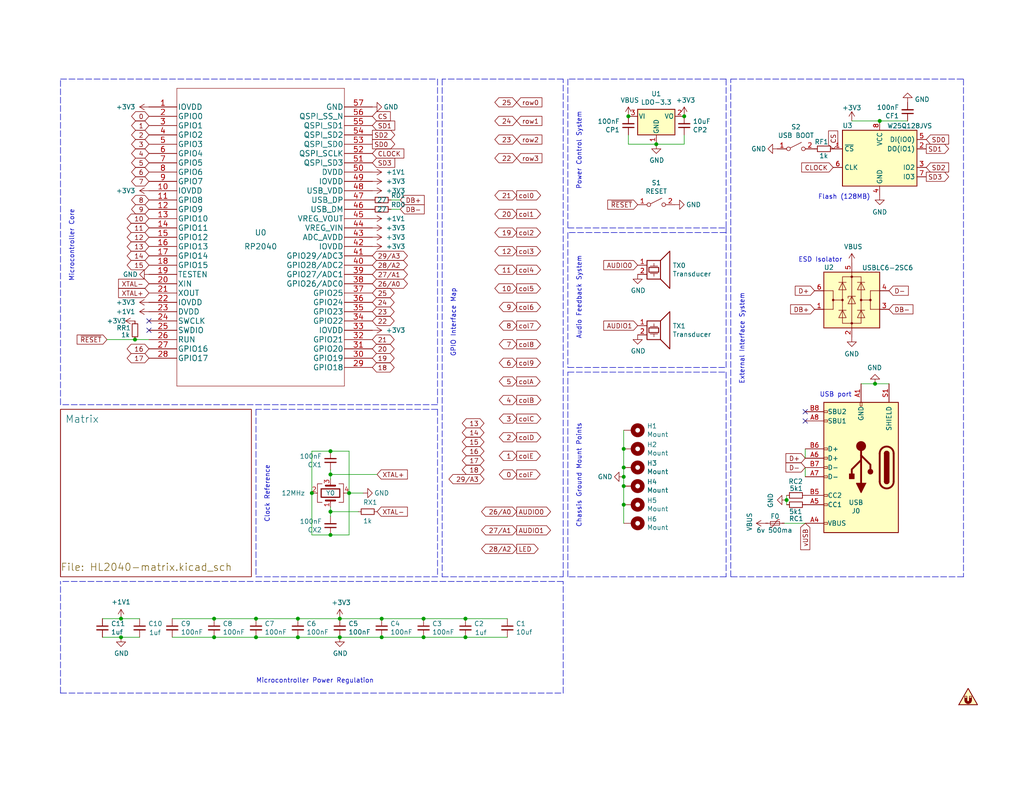
<source format=kicad_sch>
(kicad_sch (version 20211123) (generator eeschema)
  (paper "USLetter")
  (title_block (title "Hard Light") (date "2021-10-26") (rev "2040 Mark 1") (company "Everywhere Defense Industries") (comment 1 "RP2040 main core"))
  (lib_symbols
    (symbol "+3V3_1" (power) (pin_names (offset 0))
      (property "Value" "+3V3_1" (at 0 3.556 0))
      (symbol "+3V3_1_1_1"
        (pin power_in line (at 0 0 90) (length 0) hide (name "+3V3") (number "1"))
      )
    )
    (symbol "Device:C_Small" (pin_numbers hide) (pin_names (offset 0.254) hide)
      (property "Reference" "C" (at 0.254 1.778 0))
      (property "Value" "Device_C_Small" (at 0.254 -2.032 0))
      (symbol "C_Small_1_1"
        (pin passive line (at 0 2.54 270) (length 2.032) (name "~") (number "1"))
        (pin passive line (at 0 -2.54 90) (length 2.032) (name "~") (number "2"))
      )
    )
    (symbol "Device:Crystal_GND24" (pin_names (offset 1.016) hide)
      (property "Reference" "Y" (at 3.175 5.08 0))
      (property "Value" "Crystal_GND24" (at 3.175 3.175 0))
      (symbol "Crystal_GND24_1_1"
        (pin passive line (at -3.81 0 0) (length 1.27) (name "1") (number "1"))
        (pin passive line (at 0 5.08 270) (length 1.27) (name "2") (number "2"))
        (pin passive line (at 3.81 0 180) (length 1.27) (name "3") (number "3"))
        (pin passive line (at 0 -5.08 90) (length 1.27) (name "4") (number "4"))
      )
    )
    (symbol "Device:Polyfuse_Small" (pin_numbers hide) (pin_names (offset 0))
      (property "Reference" "F" (at -1.905 0 90))
      (property "Value" "Device_Polyfuse_Small" (at 1.905 0 90))
      (symbol "Polyfuse_Small_1_1"
        (pin passive line (at 0 2.54 270) (length 0.635) (name "~") (number "1"))
        (pin passive line (at 0 -2.54 90) (length 0.635) (name "~") (number "2"))
      )
    )
    (symbol "Device:R_Small" (pin_numbers hide) (pin_names (offset 0.254) hide)
      (property "Reference" "R" (at 0.762 0.508 0))
      (property "Value" "Device_R_Small" (at 0.762 -1.016 0))
      (symbol "R_Small_1_1"
        (pin passive line (at 0 2.54 270) (length 0.762) (name "~") (number "1"))
        (pin passive line (at 0 -2.54 90) (length 0.762) (name "~") (number "2"))
      )
    )
    (symbol "Device:Speaker_Crystal" (pin_names (offset 0) hide)
      (property "Reference" "LS" (at 0.635 5.715 0))
      (property "Value" "Device_Speaker_Crystal" (at 0.635 3.81 0))
      (symbol "Speaker_Crystal_1_1"
        (pin input line (at -5.08 0 0) (length 2.54) (name "1") (number "1"))
        (pin input line (at -5.08 -2.54 0) (length 2.54) (name "2") (number "2"))
      )
    )
    (symbol "GND_1" (power) (pin_names (offset 0))
      (property "Value" "GND_1" (at 0 -3.81 0))
      (symbol "GND_1_1_1"
        (pin power_in line (at 0 0 270) (length 0) hide (name "GND") (number "1"))
      )
    )
    (symbol "Graphic:SYM_Magnet_Small" (pin_names (offset 1.016) hide))
    (symbol "HL-Mk2-rescue:USB_C_Receptacle_USB2.0-Connector" (pin_names (offset 1.016))
      (property "Reference" "J" (at -10.16 19.05 0))
      (property "Value" "USB_C_Receptacle_USB2.0-Connector" (at 19.05 19.05 0))
      (symbol "USB_C_Receptacle_USB2.0-Connector_1_1"
        (pin power_in line (at 0 -22.86 90) (length 5.08) (name "GND") (number "A1"))
        (pin passive line (at 0 -22.86 90) (length 5.08) hide (name "GND") (number "A12"))
        (pin power_in line (at 15.24 15.24 180) (length 5.08) (name "VBUS") (number "A4"))
        (pin bidirectional line (at 15.24 10.16 180) (length 5.08) (name "CC1") (number "A5"))
        (pin bidirectional line (at 15.24 -2.54 180) (length 5.08) (name "D+") (number "A6"))
        (pin bidirectional line (at 15.24 2.54 180) (length 5.08) (name "D-") (number "A7"))
        (pin bidirectional line (at 15.24 -12.7 180) (length 5.08) (name "SBU1") (number "A8"))
        (pin passive line (at 15.24 15.24 180) (length 5.08) hide (name "VBUS") (number "A9"))
        (pin passive line (at 0 -22.86 90) (length 5.08) hide (name "GND") (number "B1"))
        (pin passive line (at 0 -22.86 90) (length 5.08) hide (name "GND") (number "B12"))
        (pin passive line (at 15.24 15.24 180) (length 5.08) hide (name "VBUS") (number "B4"))
        (pin bidirectional line (at 15.24 7.62 180) (length 5.08) (name "CC2") (number "B5"))
        (pin bidirectional line (at 15.24 -5.08 180) (length 5.08) (name "D+") (number "B6"))
        (pin bidirectional line (at 15.24 0 180) (length 5.08) (name "D-") (number "B7"))
        (pin bidirectional line (at 15.24 -15.24 180) (length 5.08) (name "SBU2") (number "B8"))
        (pin passive line (at 15.24 15.24 180) (length 5.08) hide (name "VBUS") (number "B9"))
        (pin passive line (at -7.62 -22.86 90) (length 5.08) (name "SHIELD") (number "S1"))
      )
    )
    (symbol "Mechanical:MountingHole_Pad" (pin_numbers hide) (pin_names (offset 1.016) hide)
      (property "Reference" "H" (at 0 6.35 0))
      (property "Value" "MountingHole_Pad" (at 0 4.445 0))
      (symbol "MountingHole_Pad_1_1"
        (pin input line (at 0 -2.54 90) (length 2.54) (name "1") (number "1"))
      )
    )
    (symbol "Memory_Flash:W25Q128JVS"
      (property "Reference" "U" (at -8.89 8.89 0))
      (property "Value" "W25Q128JVS" (at 7.62 8.89 0))
      (symbol "W25Q128JVS_1_1"
        (pin input line (at -12.7 2.54 0) (length 2.54) (name "~{CS}") (number "1"))
        (pin bidirectional line (at 12.7 2.54 180) (length 2.54) (name "DO(IO1)") (number "2"))
        (pin bidirectional line (at 12.7 -2.54 180) (length 2.54) (name "IO2") (number "3"))
        (pin power_in line (at 0 -10.16 90) (length 2.54) (name "GND") (number "4"))
        (pin bidirectional line (at 12.7 5.08 180) (length 2.54) (name "DI(IO0)") (number "5"))
        (pin input line (at -12.7 -2.54 0) (length 2.54) (name "CLK") (number "6"))
        (pin bidirectional line (at 12.7 -5.08 180) (length 2.54) (name "IO3") (number "7"))
        (pin power_in line (at 0 10.16 270) (length 2.54) (name "VCC") (number "8"))
      )
    )
    (symbol "Power_Protection:USBLC6-2SC6" (pin_names hide)
      (property "Reference" "U" (at 2.54 8.89 0))
      (property "Value" "USBLC6-2SC6" (at 2.54 -8.89 0))
      (symbol "USBLC6-2SC6_1_1"
        (pin passive line (at -10.16 -2.54 0) (length 2.54) (name "I/O1") (number "1"))
        (pin passive line (at 0 -10.16 90) (length 2.54) (name "GND") (number "2"))
        (pin passive line (at 10.16 -2.54 180) (length 2.54) (name "I/O2") (number "3"))
        (pin passive line (at 10.16 2.54 180) (length 2.54) (name "I/O2") (number "4"))
        (pin passive line (at 0 10.16 270) (length 2.54) (name "VBUS") (number "5"))
        (pin passive line (at -10.16 2.54 0) (length 2.54) (name "I/O1") (number "6"))
      )
    )
    (symbol "RP2040:RP2040" (pin_names (offset 0.254))
      (property "Reference" "U" (at 30.48 10.16 0))
      (property "Value" "RP2040" (at 30.48 7.62 0))
      (symbol "RP2040_1_1"
        (pin power_in line (at 0 0 0) (length 7.62) (name "IOVDD") (number "1"))
        (pin power_in line (at 0 -22.86 0) (length 7.62) (name "IOVDD") (number "10"))
        (pin bidirectional line (at 0 -25.4 0) (length 7.62) (name "GPIO8") (number "11"))
        (pin bidirectional line (at 0 -27.94 0) (length 7.62) (name "GPIO9") (number "12"))
        (pin bidirectional line (at 0 -30.48 0) (length 7.62) (name "GPIO10") (number "13"))
        (pin bidirectional line (at 0 -33.02 0) (length 7.62) (name "GPIO11") (number "14"))
        (pin bidirectional line (at 0 -35.56 0) (length 7.62) (name "GPIO12") (number "15"))
        (pin bidirectional line (at 0 -38.1 0) (length 7.62) (name "GPIO13") (number "16"))
        (pin bidirectional line (at 0 -40.64 0) (length 7.62) (name "GPIO14") (number "17"))
        (pin bidirectional line (at 0 -43.18 0) (length 7.62) (name "GPIO15") (number "18"))
        (pin unspecified line (at 0 -45.72 0) (length 7.62) (name "TESTEN") (number "19"))
        (pin bidirectional line (at 0 -2.54 0) (length 7.62) (name "GPIO0") (number "2"))
        (pin unspecified line (at 0 -48.26 0) (length 7.62) (name "XIN") (number "20"))
        (pin output line (at 0 -50.8 0) (length 7.62) (name "XOUT") (number "21"))
        (pin power_in line (at 0 -53.34 0) (length 7.62) (name "IOVDD") (number "22"))
        (pin power_in line (at 0 -55.88 0) (length 7.62) (name "DVDD") (number "23"))
        (pin unspecified line (at 0 -58.42 0) (length 7.62) (name "SWCLK") (number "24"))
        (pin unspecified line (at 0 -60.96 0) (length 7.62) (name "SWDIO") (number "25"))
        (pin unspecified line (at 0 -63.5 0) (length 7.62) (name "RUN") (number "26"))
        (pin bidirectional line (at 0 -66.04 0) (length 7.62) (name "GPIO16") (number "27"))
        (pin bidirectional line (at 0 -68.58 0) (length 7.62) (name "GPIO17") (number "28"))
        (pin bidirectional line (at 60.96 -71.12 180) (length 7.62) (name "GPIO18") (number "29"))
        (pin bidirectional line (at 0 -5.08 0) (length 7.62) (name "GPIO1") (number "3"))
        (pin bidirectional line (at 60.96 -68.58 180) (length 7.62) (name "GPIO19") (number "30"))
        (pin bidirectional line (at 60.96 -66.04 180) (length 7.62) (name "GPIO20") (number "31"))
        (pin bidirectional line (at 60.96 -63.5 180) (length 7.62) (name "GPIO21") (number "32"))
        (pin power_in line (at 60.96 -60.96 180) (length 7.62) (name "IOVDD") (number "33"))
        (pin bidirectional line (at 60.96 -58.42 180) (length 7.62) (name "GPIO22") (number "34"))
        (pin bidirectional line (at 60.96 -55.88 180) (length 7.62) (name "GPIO23") (number "35"))
        (pin bidirectional line (at 60.96 -53.34 180) (length 7.62) (name "GPIO24") (number "36"))
        (pin bidirectional line (at 60.96 -50.8 180) (length 7.62) (name "GPIO25") (number "37"))
        (pin bidirectional line (at 60.96 -48.26 180) (length 7.62) (name "GPIO26/ADC0") (number "38"))
        (pin bidirectional line (at 60.96 -45.72 180) (length 7.62) (name "GPIO27/ADC1") (number "39"))
        (pin bidirectional line (at 0 -7.62 0) (length 7.62) (name "GPIO2") (number "4"))
        (pin bidirectional line (at 60.96 -43.18 180) (length 7.62) (name "GPIO28/ADC2") (number "40"))
        (pin bidirectional line (at 60.96 -40.64 180) (length 7.62) (name "GPIO29/ADC3") (number "41"))
        (pin power_in line (at 60.96 -38.1 180) (length 7.62) (name "IOVDD") (number "42"))
        (pin power_in line (at 60.96 -35.56 180) (length 7.62) (name "ADC_AVDD") (number "43"))
        (pin unspecified line (at 60.96 -33.02 180) (length 7.62) (name "VREG_VIN") (number "44"))
        (pin output line (at 60.96 -30.48 180) (length 7.62) (name "VREG_VOUT") (number "45"))
        (pin unspecified line (at 60.96 -27.94 180) (length 7.62) (name "USB_DM") (number "46"))
        (pin unspecified line (at 60.96 -25.4 180) (length 7.62) (name "USB_DP") (number "47"))
        (pin power_in line (at 60.96 -22.86 180) (length 7.62) (name "USB_VDD") (number "48"))
        (pin power_in line (at 60.96 -20.32 180) (length 7.62) (name "IOVDD") (number "49"))
        (pin bidirectional line (at 0 -10.16 0) (length 7.62) (name "GPIO3") (number "5"))
        (pin power_in line (at 60.96 -17.78 180) (length 7.62) (name "DVDD") (number "50"))
        (pin bidirectional line (at 60.96 -15.24 180) (length 7.62) (name "QSPI_SD3") (number "51"))
        (pin unspecified line (at 60.96 -12.7 180) (length 7.62) (name "QSPI_SCLK") (number "52"))
        (pin bidirectional line (at 60.96 -10.16 180) (length 7.62) (name "QSPI_SD0") (number "53"))
        (pin bidirectional line (at 60.96 -7.62 180) (length 7.62) (name "QSPI_SD2") (number "54"))
        (pin bidirectional line (at 60.96 -5.08 180) (length 7.62) (name "QSPI_SD1") (number "55"))
        (pin unspecified line (at 60.96 -2.54 180) (length 7.62) (name "QSPI_SS_N") (number "56"))
        (pin power_in line (at 60.96 0 180) (length 7.62) (name "GND") (number "57"))
        (pin bidirectional line (at 0 -12.7 0) (length 7.62) (name "GPIO4") (number "6"))
        (pin bidirectional line (at 0 -15.24 0) (length 7.62) (name "GPIO5") (number "7"))
        (pin bidirectional line (at 0 -17.78 0) (length 7.62) (name "GPIO6") (number "8"))
        (pin bidirectional line (at 0 -20.32 0) (length 7.62) (name "GPIO7") (number "9"))
      )
    )
    (symbol "Regulator_Linear:LD1117S33TR_SOT223" (pin_names (offset 0.254))
      (property "Reference" "U" (at -3.81 3.175 0))
      (property "Value" "Regulator_Linear_LD1117S33TR_SOT223" (at 0 3.175 0))
      (symbol "LD1117S33TR_SOT223_1_1"
        (pin power_in line (at 0 -7.62 90) (length 2.54) (name "GND") (number "1"))
        (pin power_out line (at 7.62 0 180) (length 2.54) (name "VO") (number "2"))
        (pin power_in line (at -7.62 0 0) (length 2.54) (name "VI") (number "3"))
      )
    )
    (symbol "Switch:SW_SPST" (pin_names (offset 0) hide)
      (property "Reference" "SW" (at 0 3.175 0))
      (property "Value" "Switch_SW_SPST" (at 0 -2.54 0))
      (symbol "SW_SPST_1_1"
        (pin passive line (at -5.08 0 0) (length 2.54) (name "A") (number "1"))
        (pin passive line (at 5.08 0 180) (length 2.54) (name "B") (number "2"))
      )
    )
    (symbol "power:+1V1" (power) (pin_names (offset 0))
      (property "Value" "+1V1" (at 0 3.556 0))
      (symbol "+1V1_1_1"
        (pin power_in line (at 0 0 90) (length 0) hide (name "+1V1") (number "1"))
      )
    )
    (symbol "power:+3V3" (power) (pin_names (offset 0))
      (property "Value" "power_+3V3" (at 0 3.556 0))
      (symbol "+3V3_1_1"
        (pin power_in line (at 0 0 90) (length 0) hide (name "+3V3") (number "1"))
      )
    )
    (symbol "power:GND" (power) (pin_names (offset 0))
      (property "Value" "power_GND" (at 0 -3.81 0))
      (symbol "GND_1_1"
        (pin power_in line (at 0 0 270) (length 0) hide (name "GND") (number "1"))
      )
    )
    (symbol "power:VBUS" (power) (pin_names (offset 0))
      (property "Value" "power_VBUS" (at 0 3.81 0))
      (symbol "VBUS_1_1"
        (pin power_in line (at 0 0 90) (length 0) hide (name "VBUS") (number "1"))
      )
    )
  )
  (junction (at 170.18 137.795))
  (junction (at 179.07 39.37))
  (junction (at 115.57 173.99))
  (junction (at 81.28 168.91))
  (junction (at 170.18 127.635))
  (junction (at 90.17 139.7))
  (junction (at 238.76 104.775))
  (junction (at 171.45 31.75))
  (junction (at 33.02 173.99))
  (junction (at 85.09 134.62))
  (junction (at 90.17 129.54))
  (junction (at 170.18 130.175))
  (junction (at 170.18 122.555))
  (junction (at 95.25 134.62))
  (junction (at 33.02 168.91))
  (junction (at 92.71 173.99))
  (junction (at 58.42 173.99))
  (junction (at 186.69 31.75))
  (junction (at 104.14 173.99))
  (junction (at 69.85 168.91))
  (junction (at 36.83 92.71))
  (junction (at 214.63 136.525))
  (junction (at 58.42 168.91))
  (junction (at 69.85 173.99))
  (junction (at 127 168.91))
  (junction (at 81.28 173.99))
  (junction (at 104.14 168.91))
  (junction (at 170.18 132.715))
  (junction (at 90.17 123.19))
  (junction (at 115.57 168.91))
  (junction (at 90.17 146.05))
  (junction (at 240.03 33.02))
  (junction (at 127 173.99))
  (junction (at 92.71 168.91))
  (no_connect (at 40.64 87.63))
  (no_connect (at 40.64 90.17))
  (no_connect (at 219.71 112.395))
  (no_connect (at 219.71 114.935))
  (wire (pts (xy 69.85 168.91) (xy 58.42 168.91)))
  (wire (pts (xy 170.18 137.795) (xy 170.18 142.875)))
  (wire (pts (xy 85.09 123.19) (xy 90.17 123.19)))
  (wire (pts (xy 170.18 127.635) (xy 170.18 130.175)))
  (wire (pts (xy 90.17 129.54) (xy 90.17 130.81)))
  (wire (pts (xy 232.41 33.02) (xy 240.03 33.02)))
  (polyline (pts (xy 69.85 111.76) (xy 69.85 157.48)))
  (polyline (pts (xy 154.94 100.33) (xy 198.12 100.33)))
  (wire (pts (xy 95.25 134.62) (xy 99.06 134.62)))
  (wire (pts (xy 170.18 117.475) (xy 170.18 122.555)))
  (wire (pts (xy 90.17 123.19) (xy 95.25 123.19)))
  (polyline (pts (xy 154.94 62.23) (xy 198.12 62.23)))
  (polyline (pts (xy 199.39 21.59) (xy 262.89 21.59)))
  (wire (pts (xy 219.71 122.555) (xy 219.71 125.095)))
  (wire (pts (xy 109.22 54.61) (xy 106.68 54.61)))
  (polyline (pts (xy 119.38 110.49) (xy 16.51 110.49)))
  (polyline (pts (xy 198.12 101.6) (xy 198.12 157.48)))
  (wire (pts (xy 81.28 168.91) (xy 69.85 168.91)))
  (polyline (pts (xy 16.51 21.59) (xy 119.38 21.59)))
  (wire (pts (xy 92.71 168.91) (xy 81.28 168.91)))
  (wire (pts (xy 85.09 134.62) (xy 85.09 123.19)))
  (polyline (pts (xy 120.65 157.48) (xy 153.67 157.48)))
  (polyline (pts (xy 120.65 21.59) (xy 120.65 157.48)))
  (polyline (pts (xy 262.89 157.48) (xy 199.39 157.48)))
  (wire (pts (xy 170.18 130.175) (xy 170.18 132.715)))
  (polyline (pts (xy 198.12 21.59) (xy 198.12 62.23)))
  (wire (pts (xy 138.43 173.99) (xy 127 173.99)))
  (wire (pts (xy 95.25 123.19) (xy 95.25 134.62)))
  (wire (pts (xy 214.63 136.525) (xy 214.63 137.795)))
  (polyline (pts (xy 154.94 101.6) (xy 198.12 101.6)))
  (wire (pts (xy 33.02 168.91) (xy 27.94 168.91)))
  (wire (pts (xy 186.69 39.37) (xy 186.69 36.83)))
  (wire (pts (xy 127 173.99) (xy 115.57 173.99)))
  (wire (pts (xy 104.14 168.91) (xy 92.71 168.91)))
  (polyline (pts (xy 154.94 21.59) (xy 154.94 62.23)))
  (wire (pts (xy 214.63 135.255) (xy 214.63 136.525)))
  (wire (pts (xy 90.17 129.54) (xy 102.87 129.54)))
  (polyline (pts (xy 16.51 189.23) (xy 16.51 158.75)))
  (wire (pts (xy 38.1 173.99) (xy 33.02 173.99)))
  (wire (pts (xy 127 168.91) (xy 115.57 168.91)))
  (polyline (pts (xy 153.67 21.59) (xy 120.65 21.59)))
  (polyline (pts (xy 154.94 157.48) (xy 154.94 101.6)))
  (wire (pts (xy 109.22 57.15) (xy 106.68 57.15)))
  (polyline (pts (xy 69.85 157.48) (xy 119.38 157.48)))
  (wire (pts (xy 240.03 33.02) (xy 247.65 33.02)))
  (wire (pts (xy 90.17 146.05) (xy 85.09 146.05)))
  (polyline (pts (xy 153.67 189.23) (xy 153.67 158.75)))
  (wire (pts (xy 138.43 168.91) (xy 127 168.91)))
  (wire (pts (xy 38.1 168.91) (xy 33.02 168.91)))
  (polyline (pts (xy 198.12 63.5) (xy 154.94 63.5)))
  (wire (pts (xy 29.21 92.71) (xy 36.83 92.71)))
  (polyline (pts (xy 153.67 157.48) (xy 153.67 21.59)))
  (wire (pts (xy 170.18 122.555) (xy 170.18 127.635)))
  (wire (pts (xy 104.14 173.99) (xy 92.71 173.99)))
  (wire (pts (xy 171.45 36.83) (xy 171.45 39.37)))
  (polyline (pts (xy 198.12 100.33) (xy 198.12 62.23)))
  (wire (pts (xy 36.83 92.71) (xy 40.64 92.71)))
  (wire (pts (xy 58.42 168.91) (xy 46.99 168.91)))
  (wire (pts (xy 219.71 127.635) (xy 219.71 130.175)))
  (wire (pts (xy 85.09 146.05) (xy 85.09 134.62)))
  (wire (pts (xy 179.07 39.37) (xy 186.69 39.37)))
  (wire (pts (xy 115.57 168.91) (xy 104.14 168.91)))
  (wire (pts (xy 213.995 142.875) (xy 219.71 142.875)))
  (polyline (pts (xy 119.38 111.76) (xy 119.38 157.48)))
  (wire (pts (xy 69.85 173.99) (xy 58.42 173.99)))
  (wire (pts (xy 170.18 132.715) (xy 170.18 137.795)))
  (wire (pts (xy 115.57 173.99) (xy 104.14 173.99)))
  (polyline (pts (xy 198.12 157.48) (xy 154.94 157.48)))
  (wire (pts (xy 33.02 173.99) (xy 27.94 173.99)))
  (polyline (pts (xy 16.51 110.49) (xy 16.51 21.59)))
  (wire (pts (xy 171.45 39.37) (xy 179.07 39.37)))
  (wire (pts (xy 90.17 139.7) (xy 90.17 138.43)))
  (polyline (pts (xy 119.38 21.59) (xy 119.38 110.49)))
  (wire (pts (xy 238.76 104.775) (xy 234.95 104.775)))
  (polyline (pts (xy 262.89 21.59) (xy 262.89 157.48)))
  (polyline (pts (xy 154.94 63.5) (xy 154.94 100.33)))
  (polyline (pts (xy 198.12 21.59) (xy 154.94 21.59)))
  (wire (pts (xy 90.17 146.05) (xy 95.25 146.05)))
  (wire (pts (xy 58.42 173.99) (xy 46.99 173.99)))
  (wire (pts (xy 92.71 173.99) (xy 81.28 173.99)))
  (wire (pts (xy 90.17 128.27) (xy 90.17 129.54)))
  (wire (pts (xy 90.17 139.7) (xy 97.79 139.7)))
  (polyline (pts (xy 199.39 157.48) (xy 199.39 21.59)))
  (wire (pts (xy 95.25 146.05) (xy 95.25 134.62)))
  (wire (pts (xy 81.28 173.99) (xy 69.85 173.99)))
  (wire (pts (xy 90.17 140.97) (xy 90.17 139.7)))
  (wire (pts (xy 242.57 104.775) (xy 238.76 104.775)))
  (polyline (pts (xy 119.38 111.76) (xy 69.85 111.76)))
  (polyline (pts (xy 153.67 158.75) (xy 16.51 158.75)))
  (polyline (pts (xy 16.51 189.23) (xy 153.67 189.23)))
  (text "ESD Isolator" (at 229.87 71.755 180) (effects (font (size 1.27 1.27)) (justify right bottom)))
  (text "USB port" (at 232.41 108.585 180) (effects (font (size 1.27 1.27)) (justify right bottom)))
  (text "Audio Feedback System" (at 158.75 69.85 270) (effects (font (size 1.27 1.27)) (justify right bottom)))
  (text "Flash (128MB)" (at 237.49 54.61 180) (effects (font (size 1.27 1.27)) (justify right bottom)))
  (text "Microcontroller Core" (at 20.32 57.15 270) (effects (font (size 1.27 1.27)) (justify right bottom)))
  (text "Chassis Ground Mount Points" (at 158.75 115.57 270) (effects (font (size 1.27 1.27)) (justify right bottom)))
  (text "Microcontroller Power Regulation" (at 69.85 186.69 0) (effects (font (size 1.27 1.27)) (justify left bottom)))
  (text "Power Control System" (at 158.75 30.48 270) (effects (font (size 1.27 1.27)) (justify right bottom)))
  (text "External Interface System" (at 203.2 80.01 270) (effects (font (size 1.27 1.27)) (justify right bottom)))
  (text "Clock Reference" (at 73.66 127 270) (effects (font (size 1.27 1.27)) (justify right bottom)))
  (text "GPIO Interface Map" (at 124.46 78.74 270) (effects (font (size 1.27 1.27)) (justify right bottom)))
  (global_label "vUSB" (shape input) (at 219.71 142.875 270) (property "Intersheet References" "${INTERSHEET_REFS}" (effects hide)))
  (global_label "XTAL-" (shape input) (at 102.87 139.7 0) (property "Intersheet References" "${INTERSHEET_REFS}" (effects hide)))
  (global_label "CS" (shape input) (at 101.6 31.75 0) (property "Intersheet References" "${INTERSHEET_REFS}" (effects hide)))
  (global_label "~{RESET}" (shape input) (at 173.99 55.88 180) (property "Intersheet References" "${INTERSHEET_REFS}" (effects hide)))
  (global_label "AUDIO0" (shape input) (at 173.99 72.39 180) (property "Intersheet References" "${INTERSHEET_REFS}" (effects hide)))
  (global_label "2" (shape bidirectional) (at 140.97 119.38 180) (property "Intersheet References" "${INTERSHEET_REFS}" (effects hide)))
  (global_label "col8" (shape output) (at 140.97 93.98 0) (property "Intersheet References" "${INTERSHEET_REFS}" (effects hide)))
  (global_label "19" (shape bidirectional) (at 101.6 97.79 0) (property "Intersheet References" "${INTERSHEET_REFS}" (effects hide)))
  (global_label "25" (shape bidirectional) (at 140.97 27.94 180) (property "Intersheet References" "${INTERSHEET_REFS}" (effects hide)))
  (global_label "col1" (shape output) (at 140.97 58.42 0) (property "Intersheet References" "${INTERSHEET_REFS}" (effects hide)))
  (global_label "SD1" (shape output) (at 252.73 40.64 0) (property "Intersheet References" "${INTERSHEET_REFS}" (effects hide)))
  (global_label "col0" (shape output) (at 140.97 53.34 0) (property "Intersheet References" "${INTERSHEET_REFS}" (effects hide)))
  (global_label "LED" (shape output) (at 140.97 149.86 0) (property "Intersheet References" "${INTERSHEET_REFS}" (effects hide)))
  (global_label "16" (shape bidirectional) (at 132.08 123.19 180) (property "Intersheet References" "${INTERSHEET_REFS}" (effects hide)))
  (global_label "DB-" (shape input) (at 109.22 57.15 0) (property "Intersheet References" "${INTERSHEET_REFS}" (effects hide)))
  (global_label "7" (shape bidirectional) (at 140.97 93.98 180) (property "Intersheet References" "${INTERSHEET_REFS}" (effects hide)))
  (global_label "colF" (shape output) (at 140.97 129.54 0) (property "Intersheet References" "${INTERSHEET_REFS}" (effects hide)))
  (global_label "1" (shape bidirectional) (at 140.97 124.46 180) (property "Intersheet References" "${INTERSHEET_REFS}" (effects hide)))
  (global_label "D+" (shape input) (at 222.25 79.375 180) (property "Intersheet References" "${INTERSHEET_REFS}" (effects hide)))
  (global_label "26{slash}A0" (shape bidirectional) (at 140.97 139.7 180) (property "Intersheet References" "${INTERSHEET_REFS}" (effects hide)))
  (global_label "col6" (shape output) (at 140.97 83.82 0) (property "Intersheet References" "${INTERSHEET_REFS}" (effects hide)))
  (global_label "colB" (shape output) (at 140.97 109.22 0) (property "Intersheet References" "${INTERSHEET_REFS}" (effects hide)))
  (global_label "0" (shape bidirectional) (at 40.64 31.75 180) (property "Intersheet References" "${INTERSHEET_REFS}" (effects hide)))
  (global_label "D-" (shape input) (at 219.71 127.635 180) (property "Intersheet References" "${INTERSHEET_REFS}" (effects hide)))
  (global_label "11" (shape bidirectional) (at 40.64 62.23 180) (property "Intersheet References" "${INTERSHEET_REFS}" (effects hide)))
  (global_label "CS" (shape input) (at 227.33 40.64 90) (property "Intersheet References" "${INTERSHEET_REFS}" (effects hide)))
  (global_label "24" (shape bidirectional) (at 101.6 82.55 0) (property "Intersheet References" "${INTERSHEET_REFS}" (effects hide)))
  (global_label "CLOCK" (shape input) (at 101.6 41.91 0) (property "Intersheet References" "${INTERSHEET_REFS}" (effects hide)))
  (global_label "5" (shape bidirectional) (at 140.97 104.14 180) (property "Intersheet References" "${INTERSHEET_REFS}" (effects hide)))
  (global_label "25" (shape bidirectional) (at 101.6 80.01 0) (property "Intersheet References" "${INTERSHEET_REFS}" (effects hide)))
  (global_label "AUDIO1" (shape input) (at 173.99 88.9 180) (property "Intersheet References" "${INTERSHEET_REFS}" (effects hide)))
  (global_label "SD3" (shape output) (at 252.73 48.26 0) (property "Intersheet References" "${INTERSHEET_REFS}" (effects hide)))
  (global_label "20" (shape bidirectional) (at 140.97 58.42 180) (property "Intersheet References" "${INTERSHEET_REFS}" (effects hide)))
  (global_label "SD3" (shape input) (at 101.6 44.45 0) (property "Intersheet References" "${INTERSHEET_REFS}" (effects hide)))
  (global_label "3" (shape bidirectional) (at 40.64 39.37 180) (property "Intersheet References" "${INTERSHEET_REFS}" (effects hide)))
  (global_label "~{RESET}" (shape input) (at 29.21 92.71 180) (property "Intersheet References" "${INTERSHEET_REFS}" (effects hide)))
  (global_label "9" (shape bidirectional) (at 140.97 83.82 180) (property "Intersheet References" "${INTERSHEET_REFS}" (effects hide)))
  (global_label "12" (shape bidirectional) (at 140.97 68.58 180) (property "Intersheet References" "${INTERSHEET_REFS}" (effects hide)))
  (global_label "27{slash}A1" (shape bidirectional) (at 101.6 74.93 0) (property "Intersheet References" "${INTERSHEET_REFS}" (effects hide)))
  (global_label "CLOCK" (shape input) (at 227.33 45.72 180) (property "Intersheet References" "${INTERSHEET_REFS}" (effects hide)))
  (global_label "24" (shape bidirectional) (at 140.97 33.02 180) (property "Intersheet References" "${INTERSHEET_REFS}" (effects hide)))
  (global_label "DB+" (shape input) (at 222.25 84.455 180) (property "Intersheet References" "${INTERSHEET_REFS}" (effects hide)))
  (global_label "13" (shape bidirectional) (at 40.64 67.31 180) (property "Intersheet References" "${INTERSHEET_REFS}" (effects hide)))
  (global_label "SD1" (shape input) (at 101.6 34.29 0) (property "Intersheet References" "${INTERSHEET_REFS}" (effects hide)))
  (global_label "colD" (shape output) (at 140.97 119.38 0) (property "Intersheet References" "${INTERSHEET_REFS}" (effects hide)))
  (global_label "21" (shape bidirectional) (at 101.6 92.71 0) (property "Intersheet References" "${INTERSHEET_REFS}" (effects hide)))
  (global_label "XTAL-" (shape input) (at 40.64 77.47 180) (property "Intersheet References" "${INTERSHEET_REFS}" (effects hide)))
  (global_label "7" (shape bidirectional) (at 40.64 49.53 180) (property "Intersheet References" "${INTERSHEET_REFS}" (effects hide)))
  (global_label "28{slash}A2" (shape bidirectional) (at 140.97 149.86 180) (property "Intersheet References" "${INTERSHEET_REFS}" (effects hide)))
  (global_label "col2" (shape output) (at 140.97 63.5 0) (property "Intersheet References" "${INTERSHEET_REFS}" (effects hide)))
  (global_label "18" (shape bidirectional) (at 132.08 128.27 180) (property "Intersheet References" "${INTERSHEET_REFS}" (effects hide)))
  (global_label "2" (shape bidirectional) (at 40.64 36.83 180) (property "Intersheet References" "${INTERSHEET_REFS}" (effects hide)))
  (global_label "15" (shape bidirectional) (at 132.08 120.65 180) (property "Intersheet References" "${INTERSHEET_REFS}" (effects hide)))
  (global_label "14" (shape bidirectional) (at 40.64 69.85 180) (property "Intersheet References" "${INTERSHEET_REFS}" (effects hide)))
  (global_label "15" (shape bidirectional) (at 40.64 72.39 180) (property "Intersheet References" "${INTERSHEET_REFS}" (effects hide)))
  (global_label "SD0" (shape input) (at 252.73 38.1 0) (property "Intersheet References" "${INTERSHEET_REFS}" (effects hide)))
  (global_label "D-" (shape input) (at 242.57 79.375 0) (property "Intersheet References" "${INTERSHEET_REFS}" (effects hide)))
  (global_label "XTAL+" (shape input) (at 102.87 129.54 0) (property "Intersheet References" "${INTERSHEET_REFS}" (effects hide)))
  (global_label "8" (shape bidirectional) (at 140.97 88.9 180) (property "Intersheet References" "${INTERSHEET_REFS}" (effects hide)))
  (global_label "SD0" (shape output) (at 101.6 39.37 0) (property "Intersheet References" "${INTERSHEET_REFS}" (effects hide)))
  (global_label "0" (shape bidirectional) (at 140.97 129.54 180) (property "Intersheet References" "${INTERSHEET_REFS}" (effects hide)))
  (global_label "28{slash}A2" (shape bidirectional) (at 101.6 72.39 0) (property "Intersheet References" "${INTERSHEET_REFS}" (effects hide)))
  (global_label "AUDIO1" (shape output) (at 140.97 144.78 0) (property "Intersheet References" "${INTERSHEET_REFS}" (effects hide)))
  (global_label "26{slash}A0" (shape bidirectional) (at 101.6 77.47 0) (property "Intersheet References" "${INTERSHEET_REFS}" (effects hide)))
  (global_label "22" (shape bidirectional) (at 140.97 43.18 180) (property "Intersheet References" "${INTERSHEET_REFS}" (effects hide)))
  (global_label "DB+" (shape input) (at 109.22 54.61 0) (property "Intersheet References" "${INTERSHEET_REFS}" (effects hide)))
  (global_label "8" (shape bidirectional) (at 40.64 54.61 180) (property "Intersheet References" "${INTERSHEET_REFS}" (effects hide)))
  (global_label "9" (shape bidirectional) (at 40.64 57.15 180) (property "Intersheet References" "${INTERSHEET_REFS}" (effects hide)))
  (global_label "col9" (shape output) (at 140.97 99.06 0) (property "Intersheet References" "${INTERSHEET_REFS}" (effects hide)))
  (global_label "16" (shape bidirectional) (at 40.64 95.25 180) (property "Intersheet References" "${INTERSHEET_REFS}" (effects hide)))
  (global_label "col3" (shape output) (at 140.97 68.58 0) (property "Intersheet References" "${INTERSHEET_REFS}" (effects hide)))
  (global_label "row2" (shape input) (at 140.97 38.1 0) (property "Intersheet References" "${INTERSHEET_REFS}" (effects hide)))
  (global_label "23" (shape bidirectional) (at 101.6 85.09 0) (property "Intersheet References" "${INTERSHEET_REFS}" (effects hide)))
  (global_label "17" (shape bidirectional) (at 40.64 97.79 180) (property "Intersheet References" "${INTERSHEET_REFS}" (effects hide)))
  (global_label "AUDIO0" (shape output) (at 140.97 139.7 0) (property "Intersheet References" "${INTERSHEET_REFS}" (effects hide)))
  (global_label "29{slash}A3" (shape bidirectional) (at 132.08 130.81 180) (property "Intersheet References" "${INTERSHEET_REFS}" (effects hide)))
  (global_label "12" (shape bidirectional) (at 40.64 64.77 180) (property "Intersheet References" "${INTERSHEET_REFS}" (effects hide)))
  (global_label "colA" (shape output) (at 140.97 104.14 0) (property "Intersheet References" "${INTERSHEET_REFS}" (effects hide)))
  (global_label "10" (shape bidirectional) (at 140.97 78.74 180) (property "Intersheet References" "${INTERSHEET_REFS}" (effects hide)))
  (global_label "colE" (shape output) (at 140.97 124.46 0) (property "Intersheet References" "${INTERSHEET_REFS}" (effects hide)))
  (global_label "6" (shape bidirectional) (at 40.64 46.99 180) (property "Intersheet References" "${INTERSHEET_REFS}" (effects hide)))
  (global_label "29{slash}A3" (shape bidirectional) (at 101.6 69.85 0) (property "Intersheet References" "${INTERSHEET_REFS}" (effects hide)))
  (global_label "row1" (shape input) (at 140.97 33.02 0) (property "Intersheet References" "${INTERSHEET_REFS}" (effects hide)))
  (global_label "col4" (shape output) (at 140.97 73.66 0) (property "Intersheet References" "${INTERSHEET_REFS}" (effects hide)))
  (global_label "4" (shape bidirectional) (at 40.64 41.91 180) (property "Intersheet References" "${INTERSHEET_REFS}" (effects hide)))
  (global_label "D+" (shape input) (at 219.71 125.095 180) (property "Intersheet References" "${INTERSHEET_REFS}" (effects hide)))
  (global_label "SD2" (shape input) (at 252.73 45.72 0) (property "Intersheet References" "${INTERSHEET_REFS}" (effects hide)))
  (global_label "row3" (shape input) (at 140.97 43.18 0) (property "Intersheet References" "${INTERSHEET_REFS}" (effects hide)))
  (global_label "23" (shape bidirectional) (at 140.97 38.1 180) (property "Intersheet References" "${INTERSHEET_REFS}" (effects hide)))
  (global_label "SD2" (shape output) (at 101.6 36.83 0) (property "Intersheet References" "${INTERSHEET_REFS}" (effects hide)))
  (global_label "13" (shape bidirectional) (at 132.08 115.57 180) (property "Intersheet References" "${INTERSHEET_REFS}" (effects hide)))
  (global_label "27{slash}A1" (shape bidirectional) (at 140.97 144.78 180) (property "Intersheet References" "${INTERSHEET_REFS}" (effects hide)))
  (global_label "4" (shape bidirectional) (at 140.97 109.22 180) (property "Intersheet References" "${INTERSHEET_REFS}" (effects hide)))
  (global_label "6" (shape bidirectional) (at 140.97 99.06 180) (property "Intersheet References" "${INTERSHEET_REFS}" (effects hide)))
  (global_label "11" (shape bidirectional) (at 140.97 73.66 180) (property "Intersheet References" "${INTERSHEET_REFS}" (effects hide)))
  (global_label "17" (shape bidirectional) (at 132.08 125.73 180) (property "Intersheet References" "${INTERSHEET_REFS}" (effects hide)))
  (global_label "5" (shape bidirectional) (at 40.64 44.45 180) (property "Intersheet References" "${INTERSHEET_REFS}" (effects hide)))
  (global_label "XTAL+" (shape input) (at 40.64 80.01 180) (property "Intersheet References" "${INTERSHEET_REFS}" (effects hide)))
  (global_label "3" (shape bidirectional) (at 140.97 114.3 180) (property "Intersheet References" "${INTERSHEET_REFS}" (effects hide)))
  (global_label "21" (shape bidirectional) (at 140.97 53.34 180) (property "Intersheet References" "${INTERSHEET_REFS}" (effects hide)))
  (global_label "col7" (shape output) (at 140.97 88.9 0) (property "Intersheet References" "${INTERSHEET_REFS}" (effects hide)))
  (global_label "col5" (shape output) (at 140.97 78.74 0) (property "Intersheet References" "${INTERSHEET_REFS}" (effects hide)))
  (global_label "colC" (shape output) (at 140.97 114.3 0) (property "Intersheet References" "${INTERSHEET_REFS}" (effects hide)))
  (global_label "19" (shape bidirectional) (at 140.97 63.5 180) (property "Intersheet References" "${INTERSHEET_REFS}" (effects hide)))
  (global_label "18" (shape bidirectional) (at 101.6 100.33 0) (property "Intersheet References" "${INTERSHEET_REFS}" (effects hide)))
  (global_label "20" (shape bidirectional) (at 101.6 95.25 0) (property "Intersheet References" "${INTERSHEET_REFS}" (effects hide)))
  (global_label "10" (shape bidirectional) (at 40.64 59.69 180) (property "Intersheet References" "${INTERSHEET_REFS}" (effects hide)))
  (global_label "1" (shape bidirectional) (at 40.64 34.29 180) (property "Intersheet References" "${INTERSHEET_REFS}" (effects hide)))
  (global_label "14" (shape bidirectional) (at 132.08 118.11 180) (property "Intersheet References" "${INTERSHEET_REFS}" (effects hide)))
  (global_label "22" (shape bidirectional) (at 101.6 87.63 0) (property "Intersheet References" "${INTERSHEET_REFS}" (effects hide)))
  (global_label "DB-" (shape input) (at 242.57 84.455 0) (property "Intersheet References" "${INTERSHEET_REFS}" (effects hide)))
  (global_label "row0" (shape input) (at 140.97 27.94 0) (property "Intersheet References" "${INTERSHEET_REFS}" (effects hide)))
  (symbol (lib_id "power:GND") (at 40.64 74.93 270) (unit 1)
    (property "Reference" "#PWR0102" (effects hide))
    (property "Value" "GND" (at 35.56 74.93 90))
  )
  (symbol (lib_id "Device:C_Small") (at 138.43 171.45 0) (unit 1)
    (property "Reference" "C1" (at 140.7668 170.2816 0) (effects (justify left)))
    (property "Value" "10uf" (at 140.7668 172.593 0) (effects (justify left)))
    (property "Footprint" "EDI:Passive_0402_1005Metric" (effects hide))
    (property "LCSC" "C23733" (effects hide))
  )
  (symbol (lib_id "Device:C_Small") (at 127 171.45 0) (unit 1)
    (property "Reference" "C2" (at 129.3368 170.2816 0) (effects (justify left)))
    (property "Value" "1uf" (at 129.54 172.72 0) (effects (justify left)))
    (property "Footprint" "EDI:Passive_0402_1005Metric" (effects hide))
    (property "LCSC" "C52923" (effects hide))
  )
  (symbol (lib_id "Device:C_Small") (at 115.57 171.45 0) (unit 1)
    (property "Reference" "C3" (at 117.9068 170.2816 0) (effects (justify left)))
    (property "Value" "100nF" (at 117.9068 172.593 0) (effects (justify left)))
    (property "Footprint" "EDI:Passive_0402_1005Metric" (effects hide))
    (property "LCSC" "C1525" (effects hide))
  )
  (symbol (lib_id "Device:C_Small") (at 104.14 171.45 0) (unit 1)
    (property "Reference" "C4" (at 106.4768 170.2816 0) (effects (justify left)))
    (property "Value" "100nF" (at 106.4768 172.593 0) (effects (justify left)))
    (property "Footprint" "EDI:Passive_0402_1005Metric" (effects hide))
    (property "LCSC" "C1525" (effects hide))
  )
  (symbol (lib_id "power:GND") (at 92.71 173.99 0) (unit 1)
    (property "Reference" "#PWR0104" (effects hide))
    (property "Value" "GND" (at 92.837 178.3842 0))
  )
  (symbol (lib_id "Regulator_Linear:LD1117S33TR_SOT223") (at 179.07 31.75 0) (unit 1)
    (property "Reference" "U1" (at 179.07 25.6032 0))
    (property "Value" "LDO-3.3" (at 179.07 27.9146 0))
    (property "Footprint" "Package_TO_SOT_SMD:SOT-23" (effects hide))
    (property "Datasheet" "http://www.st.com/st-web-ui/static/active/en/resource/technical/document/datasheet/CD00000544.pdf" (effects hide))
    (property "LCSC" "C83932" (effects hide))
  )
  (symbol (lib_id "Device:C_Small") (at 171.45 34.29 180) (unit 1)
    (property "Reference" "CP1" (at 169.1132 35.4584 0) (effects (justify left)))
    (property "Value" "100nF" (at 169.1132 33.147 0) (effects (justify left)))
    (property "Footprint" "EDI:Passive_0402_1005Metric" (effects hide))
    (property "LCSC" "C1525" (effects hide))
  )
  (symbol (lib_id "Device:C_Small") (at 186.69 34.29 0) (mirror x) (unit 1)
    (property "Reference" "CP2" (at 189.0268 35.4584 0) (effects (justify left)))
    (property "Value" "10uF" (at 189.0268 33.147 0) (effects (justify left)))
    (property "Footprint" "EDI:Passive_0402_1005Metric" (effects hide))
    (property "LCSC" "C15525" (effects hide))
  )
  (symbol (lib_id "power:GND") (at 179.07 39.37 0) (unit 1)
    (property "Reference" "#PWR0105" (effects hide))
    (property "Value" "GND" (at 179.197 43.7642 0))
  )
  (symbol (lib_id "power:+3V3") (at 186.69 31.75 0) (unit 1)
    (property "Reference" "#PWR0106" (effects hide))
    (property "Value" "+3V3" (at 187.071 27.3558 0))
  )
  (symbol (lib_id "power:VBUS") (at 171.45 31.75 0) (unit 1)
    (property "Reference" "#PWR0107" (effects hide))
    (property "Value" "VBUS" (at 171.831 27.3558 0))
  )
  (symbol (lib_id "HL-Mk2-rescue:USB_C_Receptacle_USB2.0-Connector") (at 234.95 127.635 180) (unit 1)
    (property "Reference" "J0" (at 233.553 139.4968 0))
    (property "Value" "USB" (at 233.553 137.1854 0))
    (property "Footprint" "Connector_USB:USB_C_Receptacle_HRO_TYPE-C-31-M-12" (effects hide))
    (property "LCSC" "C167321" (effects hide))
  )
  (symbol (lib_id "power:GND") (at 238.76 104.775 180) (unit 1)
    (property "Reference" "#PWR0108" (effects hide))
    (property "Value" "GND" (at 238.633 100.3808 0))
  )
  (symbol (lib_id "power:VBUS") (at 208.915 142.875 90) (unit 1)
    (property "Reference" "#PWR0109" (effects hide))
    (property "Value" "VBUS" (at 204.5208 142.494 0))
  )
  (symbol (lib_id "Switch:SW_SPST") (at 179.07 55.88 0) (unit 1)
    (property "Reference" "S1" (at 179.07 49.911 0))
    (property "Value" "RESET" (at 179.07 52.2224 0))
    (property "Footprint" "EDI:SW_EVPBB4A9B000" (effects hide))
    (property "LCSC" "C140848" (effects hide))
  )
  (symbol (lib_id "Mechanical:MountingHole_Pad") (at 172.72 117.475 270) (unit 1)
    (property "Reference" "H1" (at 176.53 116.3066 90) (effects (justify left)))
    (property "Value" "Mount" (at 176.53 118.618 90) (effects (justify left)))
    (property "Footprint" "EDI:SolderableHole" (effects hide))
  )
  (symbol (lib_id "Mechanical:MountingHole_Pad") (at 172.72 122.555 270) (unit 1)
    (property "Reference" "H2" (at 176.53 121.3866 90) (effects (justify left)))
    (property "Value" "Mount" (at 176.53 123.698 90) (effects (justify left)))
    (property "Footprint" "EDI:SolderableHole" (effects hide))
  )
  (symbol (lib_id "Mechanical:MountingHole_Pad") (at 172.72 127.635 270) (unit 1)
    (property "Reference" "H3" (at 176.53 126.4666 90) (effects (justify left)))
    (property "Value" "Mount" (at 176.53 128.778 90) (effects (justify left)))
    (property "Footprint" "EDI:SolderableHole" (effects hide))
  )
  (symbol (lib_id "Mechanical:MountingHole_Pad") (at 172.72 132.715 270) (unit 1)
    (property "Reference" "H4" (at 176.53 131.5466 90) (effects (justify left)))
    (property "Value" "Mount" (at 176.53 133.858 90) (effects (justify left)))
    (property "Footprint" "EDI:SolderableHole" (effects hide))
  )
  (symbol (lib_id "Mechanical:MountingHole_Pad") (at 172.72 137.795 270) (unit 1)
    (property "Reference" "H5" (at 176.53 136.6266 90) (effects (justify left)))
    (property "Value" "Mount" (at 176.53 138.938 90) (effects (justify left)))
    (property "Footprint" "EDI:SolderableHole" (effects hide))
  )
  (symbol (lib_id "Mechanical:MountingHole_Pad") (at 172.72 142.875 270) (unit 1)
    (property "Reference" "H6" (at 176.53 141.7066 90) (effects (justify left)))
    (property "Value" "Mount" (at 176.53 144.018 90) (effects (justify left)))
    (property "Footprint" "EDI:SolderableHole" (effects hide))
  )
  (symbol (lib_id "power:GND") (at 170.18 130.175 270) (unit 1)
    (property "Reference" "#PWR0117" (effects hide))
    (property "Value" "GND" (at 165.1 130.175 90))
  )
  (symbol (lib_id "Device:C_Small") (at 92.71 171.45 0) (unit 1)
    (property "Reference" "C5" (at 95.0468 170.2816 0) (effects (justify left)))
    (property "Value" "100nF" (at 95.0468 172.593 0) (effects (justify left)))
    (property "Footprint" "EDI:Passive_0402_1005Metric" (effects hide))
    (property "LCSC" "C1525" (effects hide))
  )
  (symbol (lib_id "Device:R_Small") (at 217.17 135.255 90) (unit 1)
    (property "Reference" "RC2" (at 219.075 131.445 90) (effects (justify left)))
    (property "Value" "5k1" (at 219.075 133.35 90) (effects (justify left)))
    (property "Footprint" "EDI:Passive_0402_1005Metric" (effects hide))
    (property "LCSC" "C25905" (effects hide))
  )
  (symbol (lib_id "Device:R_Small") (at 217.17 137.795 270) (unit 1)
    (property "Reference" "RC1" (at 215.265 141.605 90) (effects (justify left)))
    (property "Value" "5k1" (at 215.265 139.7 90) (effects (justify left)))
    (property "Footprint" "EDI:Passive_0402_1005Metric" (effects hide))
    (property "LCSC" "C25905" (effects hide))
  )
  (symbol (lib_id "power:GND") (at 214.63 136.525 270) (unit 1)
    (property "Reference" "#PWR0113" (effects hide))
    (property "Value" "GND" (at 210.2358 136.652 0))
  )
  (symbol (lib_id "power:+3V3") (at 92.71 168.91 0) (unit 1)
    (property "Reference" "#PWR0103" (effects hide))
    (property "Value" "+3V3" (at 93.091 164.5158 0))
  )
  (symbol (lib_id "Device:Speaker_Crystal") (at 179.07 72.39 0) (unit 1)
    (property "Reference" "TX0" (at 183.515 72.4916 0) (effects (justify left)))
    (property "Value" "Transducer" (at 183.515 74.803 0) (effects (justify left)))
    (property "Footprint" "Buzzer_Beeper:Buzzer_CUI_CPT-9019S-SMT" (effects hide))
    (property "LCSC" "C391035" (effects hide))
  )
  (symbol (lib_id "power:GND") (at 173.99 74.93 0) (unit 1)
    (property "Reference" "#PWR0115" (effects hide))
    (property "Value" "GND" (at 174.117 79.3242 0))
  )
  (symbol (lib_id "Device:Speaker_Crystal") (at 179.07 88.9 0) (unit 1)
    (property "Reference" "TX1" (at 183.515 89.0016 0) (effects (justify left)))
    (property "Value" "Transducer" (at 183.515 91.313 0) (effects (justify left)))
    (property "Footprint" "Buzzer_Beeper:Buzzer_CUI_CPT-9019S-SMT" (effects hide))
    (property "LCSC" "C391035" (effects hide))
  )
  (symbol (lib_id "power:GND") (at 173.99 91.44 0) (unit 1)
    (property "Reference" "#PWR0119" (effects hide))
    (property "Value" "GND" (at 174.117 95.8342 0))
  )
  (symbol (lib_id "Device:Polyfuse_Small") (at 211.455 142.875 270) (unit 1)
    (property "Reference" "F0" (at 210.185 140.97 90) (effects (justify left)))
    (property "Value" "6v 500ma" (at 206.375 144.78 90) (effects (justify left)))
    (property "Footprint" "Fuse:Fuse_0603_1608Metric_Castellated" (effects hide))
    (property "LCSC" "C207011" (effects hide))
  )
  (symbol (lib_id "Graphic:SYM_Magnet_Small") (at 264.16 190.5 0) (unit 1)
    (property "Reference" "Z0" (effects hide))
    (property "Value" "EDI Logo" (effects hide))
    (property "Footprint" "EDI:HL2040" (effects hide))
  )
  (symbol (lib_id "power:+3V3") (at 101.6 64.77 270) (unit 1)
    (property "Reference" "#PWR0111" (effects hide))
    (property "Value" "+3V3" (at 107.95 64.77 90))
  )
  (symbol (lib_id "Device:C_Small") (at 69.85 171.45 0) (unit 1)
    (property "Reference" "C7" (at 72.1868 170.2816 0) (effects (justify left)))
    (property "Value" "100nF" (at 72.1868 172.593 0) (effects (justify left)))
    (property "Footprint" "EDI:Passive_0402_1005Metric" (effects hide))
    (property "LCSC" "C1525" (effects hide))
  )
  (symbol (lib_id "power:VBUS") (at 232.41 71.755 0) (unit 1)
    (property "Reference" "#PWR09" (effects hide))
    (property "Value" "VBUS" (at 232.791 67.3608 0))
  )
  (symbol (lib_id "power:GND") (at 212.09 40.64 270) (unit 1)
    (property "Reference" "#PWR06" (effects hide))
    (property "Value" "GND" (at 207.01 40.64 90))
  )
  (symbol (lib_id "power:GND") (at 101.6 29.21 90) (unit 1)
    (property "Reference" "#PWR03" (effects hide))
    (property "Value" "GND" (at 106.68 29.21 90))
  )
  (symbol (lib_id "Device:R_Small") (at 104.14 57.15 270) (unit 1)
    (property "Reference" "RD0" (at 106.68 55.88 90) (effects (justify left)))
    (property "Value" "27" (at 102.87 57.15 90) (effects (justify left)))
    (property "Footprint" "EDI:Passive_0402_1005Metric" (effects hide))
    (property "LCSC" "C413051 " (effects hide))
  )
  (symbol (lib_id "power:GND") (at 99.06 134.62 90) (unit 1)
    (property "Reference" "#PWR0101" (effects hide))
    (property "Value" "GND" (at 104.14 134.62 90))
  )
  (symbol (lib_id "power:+3V3") (at 101.6 52.07 270) (unit 1)
    (property "Reference" "#PWR0124" (effects hide))
    (property "Value" "+3V3" (at 107.95 52.07 90))
  )
  (symbol (lib_id "power:+3V3") (at 101.6 67.31 270) (unit 1)
    (property "Reference" "#PWR0112" (effects hide))
    (property "Value" "+3V3" (at 107.95 67.31 90))
  )
  (symbol (lib_id "Device:Crystal_GND24") (at 90.17 134.62 90) (unit 1)
    (property "Reference" "Y0" (at 90.17 134.62 90))
    (property "Value" "12MHz" (at 80.01 134.62 90))
    (property "Footprint" "Crystal:Crystal_SMD_3225-4Pin_3.2x2.5mm" (effects hide))
    (property "LCSC" "C9002" (effects hide))
  )
  (symbol (lib_id "Power_Protection:USBLC6-2SC6") (at 232.41 81.915 0) (unit 1)
    (property "Reference" "U2" (at 224.79 73.025 0) (effects (justify left)))
    (property "Value" "USBLC6-2SC6" (at 235.1787 73.1036 0) (effects (justify left)))
    (property "Footprint" "Package_TO_SOT_SMD:SOT-23-6" (effects hide))
    (property "Datasheet" "https://www.st.com/resource/en/datasheet/usblc6-2.pdf" (effects hide))
    (property "LCSC" "C2827654" (effects hide))
  )
  (symbol (lib_id "Device:C_Small") (at 90.17 143.51 180) (unit 1)
    (property "Reference" "CX2" (at 87.8332 144.6784 0) (effects (justify left)))
    (property "Value" "100nF" (at 87.8332 142.367 0) (effects (justify left)))
    (property "Footprint" "EDI:Passive_0402_1005Metric" (effects hide))
    (property "LCSC" "C1525" (effects hide))
  )
  (symbol (lib_id "power:+3V3") (at 40.64 29.21 90) (unit 1)
    (property "Reference" "#PWR0120" (effects hide))
    (property "Value" "+3V3" (at 34.29 29.21 90))
  )
  (symbol (lib_id "Switch:SW_SPST") (at 217.17 40.64 0) (unit 1)
    (property "Reference" "S2" (at 217.17 34.671 0))
    (property "Value" "USB BOOT" (at 217.17 36.9824 0))
    (property "Footprint" "EDI:SW_EVPBB4A9B000" (effects hide))
    (property "LCSC" "C140848" (effects hide))
  )
  (symbol (lib_id "power:+1V1") (at 40.64 85.09 90) (unit 1)
    (property "Reference" "#PWR0118" (effects hide))
    (property "Value" "+1V1" (at 34.29 85.09 90))
  )
  (symbol (lib_id "power:+3V3") (at 40.64 52.07 90) (unit 1)
    (property "Reference" "#PWR0122" (effects hide))
    (property "Value" "+3V3" (at 34.29 52.07 90))
  )
  (symbol (lib_name "GND_1") (lib_id "power:GND") (at 247.65 27.94 180) (unit 1)
    (property "Reference" "#PWR04" (effects hide))
    (property "Value" "GND" (at 249.555 27.149 0) (effects (justify right)))
  )
  (symbol (lib_id "Device:R_Small") (at 36.83 90.17 0) (unit 1)
    (property "Reference" "RR1" (at 31.75 89.535 0) (effects (justify left)))
    (property "Value" "1k" (at 33.02 91.44 0) (effects (justify left)))
    (property "Footprint" "EDI:Passive_0402_1005Metric" (effects hide))
    (property "LCSC" "C25905" (effects hide))
  )
  (symbol (lib_id "power:+3V3") (at 36.83 87.63 90) (unit 1)
    (property "Reference" "#PWR010" (effects hide))
    (property "Value" "+3V3" (at 31.75 87.63 90))
  )
  (symbol (lib_id "Device:C_Small") (at 81.28 171.45 0) (unit 1)
    (property "Reference" "C6" (at 83.6168 170.2816 0) (effects (justify left)))
    (property "Value" "100nF" (at 83.6168 172.593 0) (effects (justify left)))
    (property "Footprint" "EDI:Passive_0402_1005Metric" (effects hide))
    (property "LCSC" "C1525" (effects hide))
  )
  (symbol (lib_id "power:+3V3") (at 101.6 49.53 270) (unit 1)
    (property "Reference" "#PWR0125" (effects hide))
    (property "Value" "+3V3" (at 107.95 49.53 90))
  )
  (symbol (lib_id "power:GND") (at 184.15 55.88 90) (unit 1)
    (property "Reference" "#PWR08" (effects hide))
    (property "Value" "GND" (at 189.23 55.88 90))
  )
  (symbol (lib_id "Memory_Flash:W25Q128JVS") (at 240.03 43.18 0) (unit 1)
    (property "Reference" "U3" (at 229.87 34.29 0) (effects (justify left)))
    (property "Value" "W25Q128JVS" (at 242.0494 34.3686 0) (effects (justify left)))
    (property "Footprint" "Package_SO:SOIC-8_5.23x5.23mm_P1.27mm" (effects hide))
    (property "Datasheet" "http://www.winbond.com/resource-files/w25q128jv_dtr%20revc%2003272018%20plus.pdf" (effects hide))
    (property "LCSC" "C97521" (effects hide))
  )
  (symbol (lib_id "power:+3V3") (at 101.6 62.23 270) (unit 1)
    (property "Reference" "#PWR0110" (effects hide))
    (property "Value" "+3V3" (at 107.95 62.23 90))
  )
  (symbol (lib_name "GND_1") (lib_id "power:GND") (at 232.41 92.075 0) (unit 1)
    (property "Reference" "#PWR011" (effects hide))
    (property "Value" "GND" (at 232.41 96.6375 0))
  )
  (symbol (lib_name "+3V3_1") (lib_id "power:+3V3") (at 232.41 33.02 0) (unit 1)
    (property "Reference" "#PWR05" (effects hide))
    (property "Value" "+3V3" (at 232.41 29.4155 0))
  )
  (symbol (lib_id "RP2040:RP2040") (at 40.64 29.21 0) (unit 1)
    (property "Reference" "U0" (at 71.12 63.5 0) (effects (font (size 1.524 1.524))))
    (property "Value" "RP2040" (at 71.12 67.31 0) (effects (font (size 1.524 1.524))))
    (property "Footprint" "Package_DFN_QFN:QFN-56-1EP_7x7mm_P0.4mm_EP5.6x5.6mm_ThermalVias" (effects hide))
    (property "LCSC" "C2040" (effects hide))
  )
  (symbol (lib_id "Device:R_Small") (at 224.79 40.64 270) (unit 1)
    (property "Reference" "RF1" (at 222.25 38.735 90) (effects (justify left)))
    (property "Value" "1k" (at 223.52 42.545 90) (effects (justify left)))
    (property "Footprint" "EDI:Passive_0402_1005Metric" (effects hide))
    (property "LCSC" "C25905" (effects hide))
  )
  (symbol (lib_id "power:+1V1") (at 33.02 168.91 0) (unit 1)
    (property "Reference" "#PWR013" (effects hide))
    (property "Value" "+1V1" (at 33.02 164.3475 0))
  )
  (symbol (lib_id "Device:R_Small") (at 100.33 139.7 270) (unit 1)
    (property "Reference" "RX1" (at 99.06 137.16 90) (effects (justify left)))
    (property "Value" "1k" (at 99.06 142.24 90) (effects (justify left)))
    (property "Footprint" "EDI:Passive_0402_1005Metric" (effects hide))
    (property "LCSC" "C25905" (effects hide))
  )
  (symbol (lib_name "GND_1") (lib_id "power:GND") (at 240.03 53.34 0) (unit 1)
    (property "Reference" "#PWR07" (effects hide))
    (property "Value" "GND" (at 240.03 57.9025 0))
  )
  (symbol (lib_id "Device:C_Small") (at 247.65 30.48 180) (unit 1)
    (property "Reference" "CF1" (at 245.3132 31.6484 0) (effects (justify left)))
    (property "Value" "100nF" (at 245.3132 29.337 0) (effects (justify left)))
    (property "Footprint" "EDI:Passive_0402_1005Metric" (effects hide))
    (property "LCSC" "C1525" (effects hide))
  )
  (symbol (lib_id "Device:C_Small") (at 27.94 171.45 0) (unit 1)
    (property "Reference" "C11" (at 30.2768 170.2816 0) (effects (justify left)))
    (property "Value" "1uf" (at 30.2768 172.593 0) (effects (justify left)))
    (property "Footprint" "EDI:Passive_0402_1005Metric" (effects hide))
    (property "LCSC" "C52923" (effects hide))
  )
  (symbol (lib_id "power:GND") (at 33.02 173.99 0) (unit 1)
    (property "Reference" "#PWR012" (effects hide))
    (property "Value" "GND" (at 33.147 178.3842 0))
  )
  (symbol (lib_id "power:+3V3") (at 101.6 90.17 270) (unit 1)
    (property "Reference" "#PWR0116" (effects hide))
    (property "Value" "+3V3" (at 107.95 90.17 90))
  )
  (symbol (lib_id "power:+3V3") (at 40.64 82.55 90) (unit 1)
    (property "Reference" "#PWR0121" (effects hide))
    (property "Value" "+3V3" (at 34.29 82.55 90))
  )
  (symbol (lib_id "Device:C_Small") (at 46.99 171.45 0) (unit 1)
    (property "Reference" "C9" (at 49.3268 170.2816 0) (effects (justify left)))
    (property "Value" "100nF" (at 49.3268 172.593 0) (effects (justify left)))
    (property "Footprint" "EDI:Passive_0402_1005Metric" (effects hide))
    (property "LCSC" "C1525" (effects hide))
  )
  (symbol (lib_id "power:+1V1") (at 101.6 46.99 270) (unit 1)
    (property "Reference" "#PWR0114" (effects hide))
    (property "Value" "+1V1" (at 107.95 46.99 90))
  )
  (symbol (lib_id "Device:R_Small") (at 104.14 54.61 270) (unit 1)
    (property "Reference" "RD1" (at 106.68 53.34 90) (effects (justify left)))
    (property "Value" "27" (at 102.87 54.61 90) (effects (justify left)))
    (property "Footprint" "EDI:Passive_0402_1005Metric" (effects hide))
    (property "LCSC" "C413051 " (effects hide))
  )
  (symbol (lib_id "Device:C_Small") (at 58.42 171.45 0) (unit 1)
    (property "Reference" "C8" (at 60.7568 170.2816 0) (effects (justify left)))
    (property "Value" "100nF" (at 60.7568 172.593 0) (effects (justify left)))
    (property "Footprint" "EDI:Passive_0402_1005Metric" (effects hide))
    (property "LCSC" "C1525" (effects hide))
  )
  (symbol (lib_id "Device:C_Small") (at 90.17 125.73 180) (unit 1)
    (property "Reference" "CX1" (at 87.8332 126.8984 0) (effects (justify left)))
    (property "Value" "100nF" (at 87.8332 124.587 0) (effects (justify left)))
    (property "Footprint" "EDI:Passive_0402_1005Metric" (effects hide))
    (property "LCSC" "C1525" (effects hide))
  )
  (symbol (lib_id "Device:C_Small") (at 38.1 171.45 0) (unit 1)
    (property "Reference" "C10" (at 40.4368 170.2816 0) (effects (justify left)))
    (property "Value" "1uf" (at 40.64 172.72 0) (effects (justify left)))
    (property "Footprint" "EDI:Passive_0402_1005Metric" (effects hide))
    (property "LCSC" "C52923" (effects hide))
  )
  (symbol (lib_id "power:+1V1") (at 101.6 59.69 270) (unit 1)
    (property "Reference" "#PWR0123" (effects hide))
    (property "Value" "+1V1" (at 107.95 59.69 90))
  )
  (sheet (at 16.51 111.76) (size 52.07 45.72) (stroke (width 0.1524))
    (property "Sheet name" "Matrix" (at 17.78 115.57 0) (effects (font (size 2 2)) (justify left bottom)))
    (property "Sheet file" "HL2040-matrix.kicad_sch" (at 16.51 153.67 0) (effects (font (size 2 2)) (justify left top)))
  )
)
</source>
